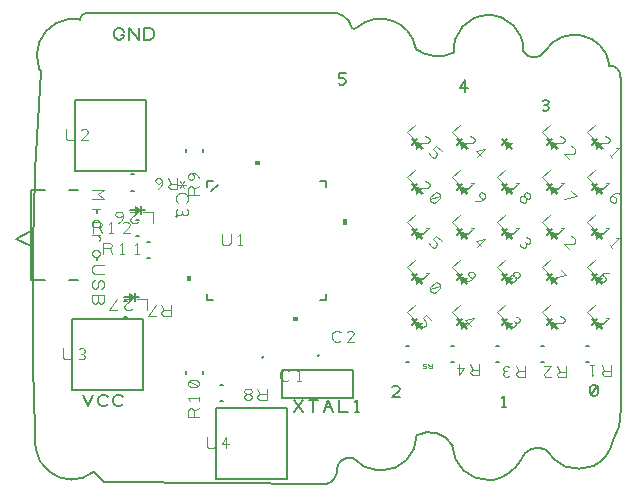
<source format=gbr>
%FSLAX23Y23*%
%MOIN*%
G04 EasyPC Gerber Version 17.0 Build 3379 *
%ADD20C,0.00100*%
%ADD70C,0.00200*%
%ADD71C,0.00300*%
%ADD14C,0.00500*%
%ADD19C,0.00600*%
X0Y0D02*
D02*
D14*
X733Y626D02*
Y627D01*
X733*
G75*
G02X751Y1881I10257J479*
G01*
Y1884*
X745Y1890*
G75*
G02X746Y1980I127J45*
G01*
G75*
G02X881Y2054I113J-45*
G01*
Y2055*
G75*
G02X903Y2077I24J-2*
G01*
X1710*
G75*
G02X1788Y2025I11J-68*
G01*
G75*
G03X1804Y2027I7J12*
G01*
G75*
G02X2000Y1958I79J-89*
G01*
Y1956*
G75*
G03X2127Y1943I74J102*
G01*
G75*
G02X2360Y1948I116J10*
G01*
G75*
G03X2431Y1949I35J20*
G01*
G75*
G02X2646Y1902I99J-63*
G01*
Y1900*
G75*
G02X2682Y1864I3J-33*
G01*
X2683*
Y745*
G75*
G02X2658Y653I-150J-9*
G01*
G75*
G02X2593Y566I-120J22*
G01*
G75*
G02X2498Y564I-50J133*
G01*
G75*
G02X2435Y619I83J159*
G01*
Y620*
G75*
G03X2351Y586I-28J-52*
G01*
G75*
G02X2260Y519I-126J76*
G01*
X2245*
G75*
G02X2123Y634I-4J119*
G01*
G75*
G03X2003Y668I-77J-43*
G01*
G75*
G02X1885Y551I-117*
G01*
X1875*
G75*
G02X1790Y593I9J124*
G01*
X1785*
G75*
G03X1738Y558I-6J-41*
G01*
G75*
G02X1698Y505I-49J-5*
G01*
X983Y514*
X960*
X927Y547*
G75*
G02X779I-74J91*
G01*
G75*
G02X733Y626I66J91*
G01*
X892Y803D02*
X908Y765D01*
X924Y803*
X974Y772D02*
X970Y769D01*
X964Y765*
X955*
X949Y769*
X945Y772*
X942Y778*
Y790*
X945Y797*
X949Y800*
X955Y803*
X964*
X970Y800*
X974Y797*
X1024Y772D02*
X1020Y769D01*
X1014Y765*
X1005*
X999Y769*
X995Y772*
X992Y778*
Y790*
X995Y797*
X999Y800*
X1005Y803*
X1014*
X1020Y800*
X1024Y797*
X1017Y2003D02*
X1027D01*
Y2000*
X1024Y1994*
X1020Y1991*
X1014Y1987*
X1008*
X1002Y1991*
X999Y1994*
X995Y2000*
Y2012*
X999Y2019*
X1002Y2022*
X1008Y2025*
X1014*
X1020Y2022*
X1024Y2019*
X1027Y2012*
X1045Y1987D02*
Y2025D01*
X1077Y1987*
Y2025*
X1095Y1987D02*
Y2025D01*
X1114*
X1120Y2022*
X1124Y2019*
X1127Y2012*
Y2000*
X1124Y1994*
X1120Y1991*
X1114Y1987*
X1095*
X1593Y747D02*
X1624Y785D01*
X1593D02*
X1624Y747D01*
X1659D02*
Y785D01*
X1643D02*
X1674D01*
X1693Y747D02*
X1709Y785D01*
X1724Y747*
X1699Y763D02*
X1718D01*
X1743Y785D02*
Y747D01*
X1774*
X1799D02*
X1812D01*
X1805D02*
Y785D01*
X1799Y779*
X1743Y1841D02*
X1749Y1837D01*
X1759*
X1765Y1841*
X1768Y1847*
Y1850*
X1765Y1856*
X1759Y1859*
X1743*
Y1875*
X1768*
X1790Y885D02*
X1554D01*
Y791*
X1790*
Y885*
X1947Y795D02*
X1922D01*
X1944Y817*
X1947Y824*
X1944Y830*
X1938Y833*
X1929*
X1922Y830*
X2165Y1814D02*
Y1852D01*
X2149Y1827*
X2174*
X2288Y761D02*
X2300D01*
X2294D02*
Y799D01*
X2288Y793*
X2423Y1753D02*
X2429Y1749D01*
X2436*
X2442Y1753*
X2445Y1759*
X2442Y1765*
X2436Y1768*
X2429*
X2436D02*
X2442Y1771D01*
X2445Y1778*
X2442Y1784*
X2436Y1787*
X2429*
X2423Y1784*
X2585Y803D02*
X2592Y799D01*
X2598*
X2604Y803*
X2607Y809*
Y828*
X2604Y834*
X2598Y837*
X2592*
X2585Y834*
X2582Y828*
Y809*
X2585Y803*
X2604Y834*
D02*
D19*
X718Y1349D02*
X668Y1324D01*
X718Y1299*
X766Y1486D02*
X718D01*
Y1187*
X766*
X846D02*
X873D01*
X856Y819D02*
X1092D01*
Y1055*
X856*
Y819*
X866Y1549D02*
X1102D01*
Y1785*
X866*
Y1549*
X873Y1486D02*
X846D01*
X938Y1251D02*
Y1264D01*
Y1410D02*
Y1422D01*
X1028Y1061D02*
X1038D01*
X1028Y1128D02*
X1078D01*
X1038Y1116D02*
X1028D01*
X1048Y1418D02*
X1098D01*
X1050Y1483D02*
X1061D01*
Y1538D02*
X1050D01*
X1063Y1141D02*
Y1116D01*
X1068Y1331D02*
X1078D01*
Y1386D02*
X1068D01*
X1083Y1431D02*
Y1406D01*
X1105Y1258D02*
X1116D01*
Y1313D02*
X1105D01*
X1203Y1395D02*
G75*
G03Y1401J3D01*
G01*
G75*
G03Y1395J-3*
G01*
X1235Y883D02*
Y873D01*
Y1623D02*
Y1613D01*
X1290Y873D02*
Y883D01*
Y1613D02*
Y1623D01*
X1318Y1481D02*
X1340Y1503D01*
X1325Y1119D02*
X1304D01*
Y1140*
X1325Y1517D02*
X1304D01*
Y1496*
X1335Y524D02*
X1571D01*
Y760*
X1335*
Y524*
X1348Y781D02*
X1358D01*
Y836D02*
X1348D01*
X1493Y928D02*
G75*
G03X1487I-3D01*
G01*
G75*
G03X1493I3*
G01*
X1678Y933D02*
G75*
G03X1672I-3D01*
G01*
G75*
G03X1678I3*
G01*
X1681Y1119D02*
X1702D01*
Y1140*
Y1496D02*
Y1517D01*
X1681*
X1968Y911D02*
X1978D01*
Y966D02*
X1968D01*
X1988Y1037D02*
X2006Y1055D01*
X1988Y1187D02*
X2006Y1205D01*
X1988Y1337D02*
X2006Y1355D01*
X1988Y1487D02*
X2006Y1505D01*
X1988Y1637D02*
X2006Y1655D01*
X2022Y1022D02*
X1987Y1057D01*
X2022Y1172D02*
X1987Y1207D01*
X2022Y1322D02*
X1987Y1357D01*
X2022Y1472D02*
X1987Y1507D01*
X2022Y1622D02*
X1987Y1657D01*
X2118Y911D02*
X2128D01*
Y966D02*
X2118D01*
X2138Y1037D02*
X2156Y1055D01*
X2138Y1187D02*
X2156Y1205D01*
X2138Y1337D02*
X2156Y1355D01*
X2138Y1487D02*
X2156Y1505D01*
X2138Y1637D02*
X2156Y1655D01*
X2172Y1022D02*
X2137Y1057D01*
X2172Y1172D02*
X2137Y1207D01*
X2172Y1322D02*
X2137Y1357D01*
X2172Y1472D02*
X2137Y1507D01*
X2172Y1622D02*
X2137Y1657D01*
X2268Y911D02*
X2278D01*
Y966D02*
X2268D01*
X2288Y1037D02*
X2306Y1055D01*
X2288Y1187D02*
X2306Y1205D01*
X2288Y1337D02*
X2306Y1355D01*
X2288Y1487D02*
X2306Y1505D01*
X2288Y1637D02*
X2306Y1655D01*
X2322Y1022D02*
X2287Y1057D01*
X2322Y1172D02*
X2287Y1207D01*
X2322Y1322D02*
X2287Y1357D01*
X2322Y1472D02*
X2287Y1507D01*
X2322Y1622D02*
X2287Y1657D01*
X2418Y911D02*
X2428D01*
Y966D02*
X2418D01*
X2438Y1037D02*
X2456Y1055D01*
X2438Y1187D02*
X2456Y1205D01*
X2438Y1337D02*
X2456Y1355D01*
X2438Y1487D02*
X2456Y1505D01*
X2438Y1637D02*
X2456Y1655D01*
X2472Y1022D02*
X2437Y1057D01*
X2472Y1172D02*
X2437Y1207D01*
X2472Y1322D02*
X2437Y1357D01*
X2472Y1472D02*
X2437Y1507D01*
X2472Y1622D02*
X2437Y1657D01*
X2568Y911D02*
X2578D01*
Y966D02*
X2568D01*
X2588Y1037D02*
X2606Y1055D01*
X2588Y1187D02*
X2606Y1205D01*
X2588Y1337D02*
X2606Y1355D01*
X2588Y1487D02*
X2606Y1505D01*
X2588Y1637D02*
X2606Y1655D01*
X2622Y1022D02*
X2587Y1057D01*
X2622Y1172D02*
X2587Y1207D01*
X2622Y1322D02*
X2587Y1357D01*
X2622Y1472D02*
X2587Y1507D01*
X2622Y1622D02*
X2587Y1657D01*
D02*
D70*
X1063Y1128D02*
X1043Y1116D01*
Y1141*
X1063Y1128*
G36*
X1043Y1116*
Y1141*
X1063Y1128*
G37*
X1083Y1418D02*
X1063Y1406D01*
Y1431*
X1083Y1418*
G36*
X1063Y1406*
Y1431*
X1083Y1418*
G37*
X1997Y1046D02*
X2020Y1041D01*
X2002Y1023*
X1997Y1046*
G36*
X2020Y1041*
X2002Y1023*
X1997Y1046*
G37*
Y1196D02*
X2020Y1191D01*
X2002Y1173*
X1997Y1196*
G36*
X2020Y1191*
X2002Y1173*
X1997Y1196*
G37*
Y1346D02*
X2020Y1341D01*
X2002Y1323*
X1997Y1346*
G36*
X2020Y1341*
X2002Y1323*
X1997Y1346*
G37*
Y1496D02*
X2020Y1491D01*
X2002Y1473*
X1997Y1496*
G36*
X2020Y1491*
X2002Y1473*
X1997Y1496*
G37*
Y1646D02*
X2020Y1641D01*
X2002Y1623*
X1997Y1646*
G36*
X2020Y1641*
X2002Y1623*
X1997Y1646*
G37*
X2147Y1046D02*
X2170Y1041D01*
X2152Y1023*
X2147Y1046*
G36*
X2170Y1041*
X2152Y1023*
X2147Y1046*
G37*
Y1196D02*
X2170Y1191D01*
X2152Y1173*
X2147Y1196*
G36*
X2170Y1191*
X2152Y1173*
X2147Y1196*
G37*
Y1346D02*
X2170Y1341D01*
X2152Y1323*
X2147Y1346*
G36*
X2170Y1341*
X2152Y1323*
X2147Y1346*
G37*
Y1496D02*
X2170Y1491D01*
X2152Y1473*
X2147Y1496*
G36*
X2170Y1491*
X2152Y1473*
X2147Y1496*
G37*
Y1646D02*
X2170Y1641D01*
X2152Y1623*
X2147Y1646*
G36*
X2170Y1641*
X2152Y1623*
X2147Y1646*
G37*
X2297Y1046D02*
X2320Y1041D01*
X2302Y1023*
X2297Y1046*
G36*
X2320Y1041*
X2302Y1023*
X2297Y1046*
G37*
Y1196D02*
X2320Y1191D01*
X2302Y1173*
X2297Y1196*
G36*
X2320Y1191*
X2302Y1173*
X2297Y1196*
G37*
Y1346D02*
X2320Y1341D01*
X2302Y1323*
X2297Y1346*
G36*
X2320Y1341*
X2302Y1323*
X2297Y1346*
G37*
Y1496D02*
X2320Y1491D01*
X2302Y1473*
X2297Y1496*
G36*
X2320Y1491*
X2302Y1473*
X2297Y1496*
G37*
Y1646D02*
X2320Y1641D01*
X2302Y1623*
X2297Y1646*
G36*
X2320Y1641*
X2302Y1623*
X2297Y1646*
G37*
X2447Y1046D02*
X2470Y1041D01*
X2452Y1023*
X2447Y1046*
G36*
X2470Y1041*
X2452Y1023*
X2447Y1046*
G37*
Y1196D02*
X2470Y1191D01*
X2452Y1173*
X2447Y1196*
G36*
X2470Y1191*
X2452Y1173*
X2447Y1196*
G37*
Y1346D02*
X2470Y1341D01*
X2452Y1323*
X2447Y1346*
G36*
X2470Y1341*
X2452Y1323*
X2447Y1346*
G37*
Y1496D02*
X2470Y1491D01*
X2452Y1473*
X2447Y1496*
G36*
X2470Y1491*
X2452Y1473*
X2447Y1496*
G37*
Y1646D02*
X2470Y1641D01*
X2452Y1623*
X2447Y1646*
G36*
X2470Y1641*
X2452Y1623*
X2447Y1646*
G37*
X2597Y1046D02*
X2620Y1041D01*
X2602Y1023*
X2597Y1046*
G36*
X2620Y1041*
X2602Y1023*
X2597Y1046*
G37*
Y1196D02*
X2620Y1191D01*
X2602Y1173*
X2597Y1196*
G36*
X2620Y1191*
X2602Y1173*
X2597Y1196*
G37*
Y1346D02*
X2620Y1341D01*
X2602Y1323*
X2597Y1346*
G36*
X2620Y1341*
X2602Y1323*
X2597Y1346*
G37*
Y1496D02*
X2620Y1491D01*
X2602Y1473*
X2597Y1496*
G36*
X2620Y1491*
X2602Y1473*
X2597Y1496*
G37*
Y1646D02*
X2620Y1641D01*
X2602Y1623*
X2597Y1646*
G36*
X2620Y1641*
X2602Y1623*
X2597Y1646*
G37*
D02*
D71*
X824Y958D02*
Y930D01*
X827Y924*
X833Y921*
X846*
X852Y924*
X855Y930*
Y958*
X877Y924D02*
X883Y921D01*
X890*
X896Y924*
X899Y930*
X896Y937*
X890Y940*
X883*
X890D02*
X896Y943D01*
X899Y949*
X896Y955*
X890Y958*
X883*
X877Y955*
X834Y1688D02*
Y1660D01*
X837Y1654*
X843Y1651*
X856*
X862Y1654*
X865Y1660*
Y1688*
X909Y1651D02*
X884D01*
X906Y1673*
X909Y1679*
X906Y1685*
X900Y1688*
X890*
X884Y1685*
X922Y1487D02*
X960D01*
X941Y1471*
X960Y1456*
X922*
Y1424D02*
X947D01*
X957D02*
X944Y1362*
X947Y1368D01*
Y1377*
X944Y1384*
X938Y1387*
X932*
X925Y1384*
X922Y1377*
Y1368*
X925Y1362*
X922Y1337D02*
X947D01*
X938D02*
X944Y1334D01*
X947Y1327*
Y1321*
X944Y1315*
X932Y1287D02*
X925Y1284D01*
X922Y1277*
Y1271*
X925Y1265*
X932Y1262*
X938*
X944Y1265*
X947Y1271*
Y1277*
X944Y1284*
X938Y1287*
X932*
X960Y1237D02*
X932D01*
X925Y1234*
X922Y1227*
Y1215*
X925Y1209*
X932Y1206*
X960*
X932Y1187D02*
X925Y1184D01*
X922Y1177*
Y1165*
X925Y1159*
X932Y1156*
X938Y1159*
X941Y1165*
Y1177*
X944Y1184*
X950Y1187*
X957Y1184*
X960Y1177*
Y1165*
X957Y1159*
X950Y1156*
X941Y1115D02*
X938Y1109D01*
X932Y1106*
X925Y1109*
X922Y1115*
Y1137*
X960*
Y1115*
X957Y1109*
X950Y1106*
X944Y1109*
X941Y1115*
Y1137*
X923Y1342D02*
Y1380D01*
X945*
X951Y1377*
X954Y1371*
X951Y1364*
X945Y1361*
X923*
X945D02*
X954Y1342D01*
X979D02*
X992D01*
X985D02*
Y1380D01*
X979Y1374*
X1048Y1342D02*
X1023D01*
X1045Y1364*
X1048Y1371*
X1045Y1377*
X1039Y1380*
X1029*
X1023Y1377*
X958Y1272D02*
Y1310D01*
X980*
X986Y1307*
X989Y1301*
X986Y1294*
X980Y1291*
X958*
X980D02*
X989Y1272D01*
X1014D02*
X1027D01*
X1020D02*
Y1310D01*
X1014Y1304*
X1064Y1272D02*
X1077D01*
X1070D02*
Y1310D01*
X1064Y1304*
X1103Y1086D02*
Y1124D01*
X1072*
X1028D02*
X1053D01*
X1031Y1102*
X1028Y1096*
X1031Y1089*
X1037Y1086*
X1047*
X1053Y1089*
X1003Y1124D02*
X978Y1086D01*
X1003*
X1123Y1376D02*
Y1414D01*
X1092*
X1048D02*
X1073D01*
X1051Y1392*
X1048Y1386*
X1051Y1379*
X1057Y1376*
X1067*
X1073Y1379*
X1023Y1404D02*
X1020Y1398D01*
X1014Y1395*
X1007*
X1001Y1398*
X998Y1404*
X1001Y1411*
X1007Y1414*
X1014*
X1020Y1411*
X1023Y1404*
Y1395*
X1020Y1386*
X1014Y1379*
X1007Y1376*
X1183Y1104D02*
Y1066D01*
X1161*
X1155Y1069*
X1152Y1076*
X1155Y1082*
X1161Y1085*
X1183*
X1161D02*
X1152Y1104D01*
X1133D02*
X1108Y1066D01*
X1133*
X1209Y1444D02*
X1205Y1447D01*
X1202Y1454*
Y1463*
X1205Y1469*
X1209Y1472*
X1215Y1476*
X1227*
X1234Y1472*
X1237Y1469*
X1240Y1463*
Y1454*
X1237Y1447*
X1234Y1444*
X1205Y1422D02*
X1202Y1416D01*
Y1410*
X1205Y1404*
X1212Y1401*
X1218Y1404*
X1221Y1410*
Y1416*
Y1410D02*
X1224Y1404D01*
X1230Y1401*
X1237Y1404*
X1240Y1410*
Y1416*
X1237Y1422*
X1205Y1526D02*
Y1489D01*
X1184*
X1177Y1492*
X1174Y1498*
X1177Y1504*
X1184Y1507*
X1205*
X1184D02*
X1174Y1526D01*
X1155Y1517D02*
X1152Y1511D01*
X1146Y1507*
X1140*
X1134Y1511*
X1130Y1517*
X1134Y1523*
X1140Y1526*
X1146*
X1152Y1523*
X1155Y1517*
Y1507*
X1152Y1498*
X1146Y1492*
X1140Y1489*
X1209Y1503D02*
X1234D01*
X1215Y1491D02*
X1228Y1516D01*
X1215D02*
X1228Y1491D01*
X1279Y728D02*
X1241D01*
Y750*
X1244Y756*
X1250Y759*
X1257Y756*
X1260Y750*
Y728*
Y750D02*
X1279Y759D01*
Y784D02*
Y797D01*
Y791D02*
X1241D01*
X1247Y784*
X1275Y831D02*
X1279Y837D01*
Y844*
X1275Y850*
X1269Y853*
X1250*
X1244Y850*
X1241Y844*
Y837*
X1244Y831*
X1250Y828*
X1269*
X1275Y831*
X1244Y850*
X1279Y1468D02*
X1241D01*
Y1490*
X1244Y1496*
X1250Y1499*
X1257Y1496*
X1260Y1490*
Y1468*
Y1490D02*
X1279Y1499D01*
Y1527D02*
X1275Y1534D01*
X1269Y1540*
X1260Y1543*
X1250*
X1244Y1540*
X1241Y1534*
Y1527*
X1244Y1521*
X1250Y1518*
X1257Y1521*
X1260Y1527*
Y1534*
X1257Y1540*
X1250Y1543*
X1303Y663D02*
Y635D01*
X1306Y629*
X1312Y626*
X1325*
X1331Y629*
X1334Y635*
Y663*
X1369Y626D02*
Y663D01*
X1353Y638*
X1378*
X1353Y1340D02*
Y1312D01*
X1356Y1306*
X1362Y1302*
X1375*
X1381Y1306*
X1384Y1312*
Y1340*
X1409Y1302D02*
X1422D01*
X1415D02*
Y1340D01*
X1409Y1334*
X1503Y824D02*
Y786D01*
X1481*
X1475Y789*
X1472Y796*
X1475Y802*
X1481Y805*
X1503*
X1481D02*
X1472Y824D01*
X1444Y805D02*
X1437D01*
X1431Y802*
X1428Y796*
X1431Y789*
X1437Y786*
X1444*
X1450Y789*
X1453Y796*
X1450Y802*
X1444Y805*
X1450Y808*
X1453Y814*
X1450Y821*
X1444Y824*
X1437*
X1431Y821*
X1428Y814*
X1431Y808*
X1437Y805*
X1579Y856D02*
X1576Y853D01*
X1570Y850*
X1560*
X1554Y853*
X1551Y856*
X1548Y862*
Y875*
X1551Y881*
X1554Y884*
X1560Y887*
X1570*
X1576Y884*
X1579Y881*
X1604Y850D02*
X1617D01*
X1610D02*
Y887D01*
X1604Y881*
X1752Y986D02*
X1749Y983D01*
X1742Y980*
X1733*
X1727Y983*
X1724Y986*
X1720Y992*
Y1005*
X1724Y1011*
X1727Y1014*
X1733Y1017*
X1742*
X1749Y1014*
X1752Y1011*
X1795Y980D02*
X1770D01*
X1792Y1002*
X1795Y1008*
X1792Y1014*
X1786Y1017*
X1777*
X1770Y1014*
X1998Y1104D02*
X1972Y1078D01*
X1994Y1056*
X2009Y1045D02*
X2012Y1038D01*
X2018Y1031*
X2025Y1029*
X2032Y1031*
X2034Y1033*
X2036Y1040*
X2034Y1047*
X2023Y1058*
X2034Y1069*
X2051Y1051*
X1998Y1254D02*
X1972Y1228D01*
X1994Y1206*
X2012Y1188D02*
X2021Y1179D01*
X2016Y1183D02*
X2043Y1210D01*
X2034*
X2047Y1157D02*
X2049Y1150D01*
X2054Y1146*
X2060Y1144*
X2067Y1146*
X2080Y1159*
X2082Y1166*
X2080Y1172*
X2076Y1177*
X2069Y1179*
X2063Y1177*
X2049Y1164*
X2047Y1157*
X2082Y1166*
X1998Y1404D02*
X1972Y1378D01*
X1994Y1356*
X2012Y1338D02*
X2021Y1329D01*
X2016Y1333D02*
X2043Y1360D01*
X2034*
X2045Y1309D02*
X2047Y1303D01*
X2054Y1296*
X2060Y1294*
X2067Y1296*
X2069Y1298*
X2071Y1305*
X2069Y1311*
X2058Y1322*
X2069Y1333*
X2087Y1316*
X1998Y1554D02*
X1972Y1528D01*
X1994Y1506*
X2025Y1475D02*
X2007Y1492D01*
X2038Y1492*
X2045Y1495*
X2047Y1501*
X2045Y1508*
X2038Y1514*
X2032Y1517*
X2047Y1457D02*
X2049Y1450D01*
X2054Y1446*
X2060Y1444*
X2067Y1446*
X2080Y1459*
X2082Y1466*
X2080Y1472*
X2076Y1477*
X2069Y1479*
X2063Y1477*
X2049Y1464*
X2047Y1457*
X2082Y1466*
X1998Y1704D02*
X1972Y1678D01*
X1994Y1656*
X2025Y1625D02*
X2007Y1642D01*
X2038Y1642*
X2045Y1645*
X2047Y1651*
X2045Y1658*
X2038Y1664*
X2032Y1667*
X2045Y1609D02*
X2047Y1603D01*
X2054Y1596*
X2060Y1594*
X2067Y1596*
X2069Y1598*
X2071Y1605*
X2069Y1611*
X2058Y1622*
X2069Y1633*
X2087Y1616*
X2055Y907D02*
Y892D01*
X2046*
X2044Y894*
X2042Y896*
X2044Y899*
X2046Y900*
X2055*
X2046D02*
X2042Y907D01*
X2035Y906D02*
X2032Y907D01*
X2029*
X2026Y906*
X2025Y904*
Y902*
X2026Y900*
X2029Y899*
X2035*
Y892*
X2025*
X2148Y1104D02*
X2122Y1078D01*
X2144Y1056*
X2168Y1031D02*
X2195Y1058D01*
X2166Y1051*
X2184Y1033*
X2148Y1254D02*
X2122Y1228D01*
X2144Y1206*
X2164Y1186D02*
X2171Y1183D01*
X2179Y1183*
X2188Y1188*
X2195Y1195*
X2197Y1201*
X2195Y1208*
X2190Y1212*
X2184Y1214*
X2177Y1212*
X2175Y1206*
X2177Y1199*
X2182Y1195*
X2188Y1192*
X2195Y1195*
X2148Y1404D02*
X2122Y1378D01*
X2144Y1356*
X2162Y1338D02*
X2171Y1329D01*
X2166Y1333D02*
X2193Y1360D01*
X2184*
X2204Y1296D02*
X2230Y1322D01*
X2201Y1316*
X2219Y1298*
X2148Y1554D02*
X2122Y1528D01*
X2144Y1506*
X2162Y1488D02*
X2171Y1479D01*
X2166Y1483D02*
X2193Y1510D01*
X2184*
X2199Y1450D02*
X2206Y1448D01*
X2215Y1448*
X2224Y1453*
X2230Y1459*
X2232Y1466*
X2230Y1472*
X2226Y1477*
X2219Y1479*
X2213Y1477*
X2210Y1470*
X2213Y1464*
X2217Y1459*
X2224Y1457*
X2230Y1459*
X2148Y1704D02*
X2122Y1678D01*
X2144Y1656*
X2175Y1625D02*
X2157Y1642D01*
X2188Y1642*
X2195Y1645*
X2197Y1651*
X2195Y1658*
X2188Y1664*
X2182Y1667*
X2204Y1596D02*
X2230Y1622D01*
X2201Y1616*
X2219Y1598*
X2212Y906D02*
Y868D01*
X2190*
X2184Y871*
X2181Y878*
X2184Y884*
X2190Y887*
X2212*
X2190D02*
X2181Y906D01*
X2146D02*
Y868D01*
X2162Y893*
X2137*
X2298Y1104D02*
X2272Y1078D01*
X2294Y1056*
X2312Y1042D02*
X2314Y1036D01*
X2318Y1031*
X2325Y1029*
X2332Y1031*
X2334Y1038*
X2332Y1045*
X2327Y1049*
X2332Y1045D02*
X2338Y1042D01*
X2345Y1045*
X2347Y1051*
X2345Y1058*
X2340Y1062*
X2334Y1064*
X2298Y1254D02*
X2272Y1228D01*
X2294Y1206*
X2327Y1199D02*
X2332Y1195D01*
X2338Y1192*
X2345Y1195*
X2347Y1201*
X2345Y1208*
X2340Y1212*
X2334Y1214*
X2327Y1212*
X2325Y1206*
X2327Y1199*
X2321Y1201*
X2314Y1199*
X2312Y1192*
X2314Y1186*
X2318Y1181*
X2325Y1179*
X2332Y1181*
X2334Y1188*
X2332Y1195*
X2298Y1404D02*
X2272Y1378D01*
X2294Y1356*
X2312Y1338D02*
X2321Y1329D01*
X2316Y1333D02*
X2343Y1360D01*
X2334*
X2347Y1307D02*
X2349Y1300D01*
X2354Y1296*
X2360Y1294*
X2367Y1296*
X2369Y1303*
X2367Y1309*
X2363Y1314*
X2367Y1309D02*
X2374Y1307D01*
X2380Y1309*
X2382Y1316*
X2380Y1322*
X2376Y1327*
X2369Y1329*
X2298Y1554D02*
X2272Y1528D01*
X2294Y1506*
X2312Y1488D02*
X2321Y1479D01*
X2316Y1483D02*
X2343Y1510D01*
X2334*
X2363Y1464D02*
X2367Y1459D01*
X2374Y1457*
X2380Y1459*
X2382Y1466*
X2380Y1472*
X2376Y1477*
X2369Y1479*
X2363Y1477*
X2360Y1470*
X2363Y1464*
X2356Y1466*
X2349Y1464*
X2347Y1457*
X2349Y1450*
X2354Y1446*
X2360Y1444*
X2367Y1446*
X2369Y1453*
X2367Y1459*
X2365Y900D02*
Y862D01*
X2343*
X2337Y865*
X2334Y872*
X2337Y878*
X2343Y881*
X2365*
X2343D02*
X2334Y900D01*
X2312Y897D02*
X2306Y900D01*
X2299*
X2293Y897*
X2290Y890*
X2293Y884*
X2299Y881*
X2306*
X2299D02*
X2293Y878D01*
X2290Y872*
X2293Y865*
X2299Y862*
X2306*
X2312Y865*
X2448Y1104D02*
X2422Y1078D01*
X2444Y1056*
X2475Y1025D02*
X2457Y1042D01*
X2488Y1042*
X2495Y1045*
X2497Y1051*
X2495Y1058*
X2488Y1064*
X2482Y1067*
X2448Y1254D02*
X2422Y1228D01*
X2444Y1206*
X2457Y1192D02*
X2501Y1201D01*
X2484Y1219*
X2448Y1404D02*
X2422Y1378D01*
X2444Y1356*
X2462Y1338D02*
X2471Y1329D01*
X2466Y1333D02*
X2493Y1360D01*
X2484*
X2510Y1289D02*
X2493Y1307D01*
X2524Y1307*
X2530Y1309*
X2532Y1316*
X2530Y1322*
X2524Y1329*
X2517Y1331*
X2448Y1554D02*
X2422Y1528D01*
X2444Y1506*
X2462Y1488D02*
X2471Y1479D01*
X2466Y1483D02*
X2493Y1510D01*
X2484*
X2493Y1457D02*
X2537Y1466D01*
X2519Y1483*
X2448Y1704D02*
X2422Y1678D01*
X2444Y1656*
X2475Y1625D02*
X2457Y1642D01*
X2488Y1642*
X2495Y1645*
X2497Y1651*
X2495Y1658*
X2488Y1664*
X2482Y1667*
X2510Y1589D02*
X2493Y1607D01*
X2524Y1607*
X2530Y1609*
X2532Y1616*
X2530Y1622*
X2524Y1629*
X2517Y1631*
X2502Y899D02*
Y861D01*
X2480*
X2474Y864*
X2471Y871*
X2474Y877*
X2480Y880*
X2502*
X2480D02*
X2471Y899D01*
X2427D02*
X2452D01*
X2430Y877*
X2427Y871*
X2430Y864*
X2436Y861*
X2446*
X2452Y864*
X2598Y1104D02*
X2572Y1078D01*
X2594Y1056*
X2612Y1038D02*
X2621Y1029D01*
X2616Y1033D02*
X2643Y1060D01*
X2634*
X2598Y1254D02*
X2572Y1228D01*
X2594Y1206*
X2614Y1199D02*
X2621Y1201D01*
X2627Y1199*
X2632Y1195*
X2634Y1188*
X2632Y1181*
X2625Y1179*
X2618Y1181*
X2614Y1186*
X2612Y1192*
X2614Y1199*
X2621Y1206*
X2629Y1210*
X2638Y1210*
X2645Y1208*
X2598Y1404D02*
X2572Y1378D01*
X2594Y1356*
X2612Y1338D02*
X2621Y1329D01*
X2616Y1333D02*
X2643Y1360D01*
X2634*
X2647Y1303D02*
X2656Y1294D01*
X2651Y1298D02*
X2678Y1325D01*
X2669*
X2598Y1554D02*
X2572Y1528D01*
X2594Y1506*
X2612Y1488D02*
X2621Y1479D01*
X2616Y1483D02*
X2643Y1510D01*
X2634*
X2649Y1464D02*
X2656Y1466D01*
X2663Y1464*
X2667Y1459*
X2669Y1453*
X2667Y1446*
X2660Y1444*
X2654Y1446*
X2649Y1450*
X2647Y1457*
X2649Y1464*
X2656Y1470*
X2665Y1475*
X2674Y1475*
X2680Y1472*
X2598Y1704D02*
X2572Y1678D01*
X2594Y1656*
X2625Y1625D02*
X2607Y1642D01*
X2638Y1642*
X2645Y1645*
X2647Y1651*
X2645Y1658*
X2638Y1664*
X2632Y1667*
X2647Y1603D02*
X2656Y1594D01*
X2651Y1598D02*
X2678Y1625D01*
X2669*
X2651Y903D02*
Y865D01*
X2629*
X2623Y868*
X2620Y875*
X2623Y881*
X2629Y884*
X2651*
X2629D02*
X2620Y903D01*
X2595D02*
X2582D01*
X2588D02*
Y865D01*
X2595Y871*
D02*
D20*
X1239Y1200D02*
Y1185D01*
X1249*
Y1200*
X1239*
G36*
Y1185*
X1249*
Y1200*
X1239*
G37*
X1464Y1572D02*
Y1582D01*
X1479*
Y1572*
X1464*
G36*
Y1582*
X1479*
Y1572*
X1464*
G37*
X1590Y1064D02*
Y1054D01*
X1605*
Y1064*
X1590*
G36*
Y1054*
X1605*
Y1064*
X1590*
G37*
X1767Y1388D02*
Y1373D01*
X1757*
Y1388*
X1767*
G36*
Y1373*
X1757*
Y1388*
X1767*
G37*
X0Y0D02*
M02*

</source>
